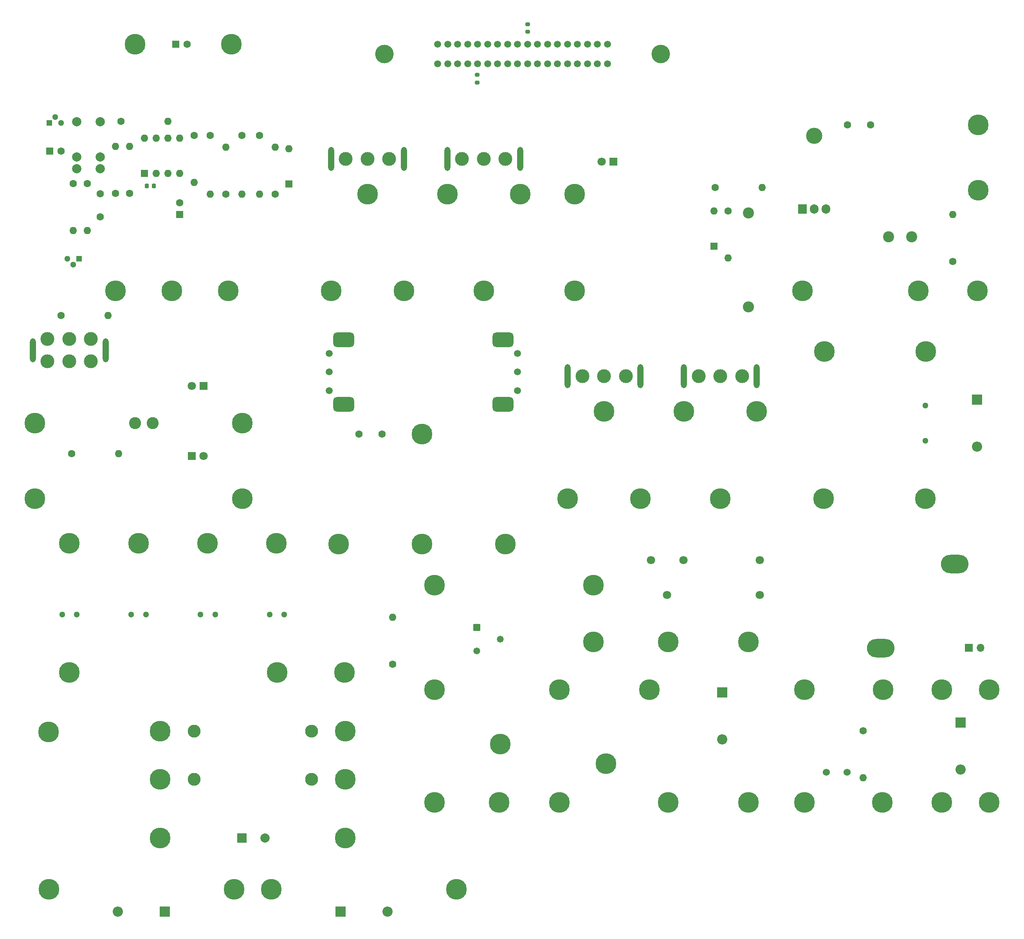
<source format=gbr>
%TF.GenerationSoftware,KiCad,Pcbnew,7.0.10*%
%TF.CreationDate,2024-02-06T13:15:05+02:00*%
%TF.ProjectId,EB-190,45422d31-3930-42e6-9b69-6361645f7063,rev?*%
%TF.SameCoordinates,Original*%
%TF.FileFunction,Soldermask,Bot*%
%TF.FilePolarity,Negative*%
%FSLAX46Y46*%
G04 Gerber Fmt 4.6, Leading zero omitted, Abs format (unit mm)*
G04 Created by KiCad (PCBNEW 7.0.10) date 2024-02-06 13:15:05*
%MOMM*%
%LPD*%
G01*
G04 APERTURE LIST*
G04 Aperture macros list*
%AMRoundRect*
0 Rectangle with rounded corners*
0 $1 Rounding radius*
0 $2 $3 $4 $5 $6 $7 $8 $9 X,Y pos of 4 corners*
0 Add a 4 corners polygon primitive as box body*
4,1,4,$2,$3,$4,$5,$6,$7,$8,$9,$2,$3,0*
0 Add four circle primitives for the rounded corners*
1,1,$1+$1,$2,$3*
1,1,$1+$1,$4,$5*
1,1,$1+$1,$6,$7*
1,1,$1+$1,$8,$9*
0 Add four rect primitives between the rounded corners*
20,1,$1+$1,$2,$3,$4,$5,0*
20,1,$1+$1,$4,$5,$6,$7,0*
20,1,$1+$1,$6,$7,$8,$9,0*
20,1,$1+$1,$8,$9,$2,$3,0*%
G04 Aperture macros list end*
%ADD10C,4.500000*%
%ADD11C,1.600000*%
%ADD12O,1.600000X1.600000*%
%ADD13C,3.000000*%
%ADD14O,1.300000X5.200000*%
%ADD15C,1.300000*%
%ADD16RoundRect,0.102000X-0.634000X0.634000X-0.634000X-0.634000X0.634000X-0.634000X0.634000X0.634000X0*%
%ADD17C,1.472000*%
%ADD18R,1.800000X1.800000*%
%ADD19C,1.800000*%
%ADD20C,2.600000*%
%ADD21R,2.000000X2.000000*%
%ADD22C,2.000000*%
%ADD23C,2.800000*%
%ADD24O,2.800000X2.800000*%
%ADD25R,1.700000X1.700000*%
%ADD26O,1.700000X1.700000*%
%ADD27O,6.000000X4.000000*%
%ADD28R,1.600000X1.600000*%
%ADD29R,2.200000X2.200000*%
%ADD30O,2.200000X2.200000*%
%ADD31C,2.400000*%
%ADD32C,1.803400*%
%ADD33C,1.500000*%
%ADD34RoundRect,0.800000X1.450000X-0.800000X1.450000X0.800000X-1.450000X0.800000X-1.450000X-0.800000X0*%
%ADD35C,1.524000*%
%ADD36R,1.300000X1.300000*%
%ADD37O,3.500000X3.500000*%
%ADD38R,1.905000X2.000000*%
%ADD39O,1.905000X2.000000*%
%ADD40O,2.400000X2.400000*%
%ADD41C,4.000000*%
%ADD42RoundRect,0.200000X0.275000X-0.200000X0.275000X0.200000X-0.275000X0.200000X-0.275000X-0.200000X0*%
%ADD43RoundRect,0.225000X0.225000X0.250000X-0.225000X0.250000X-0.225000X-0.250000X0.225000X-0.250000X0*%
G04 APERTURE END LIST*
D10*
%TO.C,TP23*%
X191770000Y-150114000D03*
%TD*%
%TO.C,TP75*%
X309245000Y-86487000D03*
%TD*%
%TO.C,TP45*%
X189103000Y-117475000D03*
%TD*%
D11*
%TO.C,R13*%
X153924000Y-52832000D03*
D12*
X153924000Y-65532000D03*
%TD*%
D10*
%TO.C,TP76*%
X311786000Y-172720000D03*
%TD*%
D13*
%TO.C,S1*%
X108075000Y-96899000D03*
X112775000Y-96899000D03*
X117475000Y-96899000D03*
X108075000Y-101729000D03*
X112775000Y-101729000D03*
X117475000Y-101729000D03*
D14*
X104900000Y-99314000D03*
X120650000Y-99314000D03*
%TD*%
D15*
%TO.C,I2*%
X126195667Y-156464000D03*
X129370667Y-156464000D03*
%TD*%
D11*
%TO.C,R5*%
X252476000Y-64135000D03*
D12*
X262636000Y-64135000D03*
%TD*%
D10*
%TO.C,TP54*%
X275971000Y-131445000D03*
%TD*%
D16*
%TO.C,P1*%
X200914000Y-159258000D03*
D17*
X205994000Y-161798000D03*
X200914000Y-164338000D03*
%TD*%
D10*
%TO.C,TP1*%
X127000000Y-33147000D03*
%TD*%
%TO.C,TP74*%
X108411500Y-215900000D03*
%TD*%
D18*
%TO.C,LED2*%
X139314000Y-122174000D03*
D19*
X141854000Y-122174000D03*
%TD*%
D10*
%TO.C,TP64*%
X288799000Y-172720000D03*
%TD*%
%TO.C,TP71*%
X172461000Y-192148000D03*
%TD*%
%TO.C,TP15*%
X157712834Y-169037000D03*
%TD*%
D11*
%TO.C,R22*%
X116713000Y-63246000D03*
D12*
X116713000Y-73406000D03*
%TD*%
D11*
%TO.C,S6*%
X281091000Y-50546000D03*
X286091000Y-50546000D03*
%TD*%
D20*
%TO.C,JP1*%
X127000000Y-115062000D03*
X130810000Y-115062000D03*
%TD*%
D10*
%TO.C,TP47*%
X207137000Y-141239000D03*
%TD*%
%TO.C,TP53*%
X276099000Y-99568000D03*
%TD*%
%TO.C,TP7*%
X112776000Y-141097000D03*
%TD*%
D15*
%TO.C,I1*%
X111230834Y-156464000D03*
X114405834Y-156464000D03*
%TD*%
D21*
%TO.C,C1*%
X150093323Y-204839000D03*
D22*
X155093323Y-204839000D03*
%TD*%
D18*
%TO.C,LED1*%
X141859000Y-107061000D03*
D19*
X139319000Y-107061000D03*
%TD*%
D13*
%TO.C,S4*%
X223774000Y-104902000D03*
X228474000Y-104902000D03*
X233174000Y-104902000D03*
D14*
X220599000Y-104902000D03*
X236349000Y-104902000D03*
%TD*%
D10*
%TO.C,TP63*%
X148411500Y-215900000D03*
%TD*%
D23*
%TO.C,R3*%
X139761000Y-192148000D03*
D24*
X165161000Y-192148000D03*
%TD*%
D10*
%TO.C,TP38*%
X218822000Y-197104000D03*
%TD*%
%TO.C,TP28*%
X205740000Y-197104000D03*
%TD*%
%TO.C,TP27*%
X245746000Y-112522000D03*
%TD*%
%TO.C,TP51*%
X271781000Y-197104000D03*
%TD*%
%TO.C,TP59*%
X132461000Y-181737000D03*
%TD*%
%TO.C,TP13*%
X150219834Y-131445000D03*
%TD*%
D11*
%TO.C,R9*%
X284480000Y-181610000D03*
D12*
X284480000Y-191770000D03*
%TD*%
D11*
%TO.C,R1*%
X113284000Y-121666000D03*
D12*
X123444000Y-121666000D03*
%TD*%
D10*
%TO.C,TP39*%
X171069000Y-141239000D03*
%TD*%
D25*
%TO.C,L4*%
X307341000Y-163703000D03*
D26*
X309881000Y-163703000D03*
D27*
X304261779Y-145517673D03*
X288261779Y-163717673D03*
%TD*%
D28*
%TO.C,D7*%
X252222000Y-76835000D03*
D12*
X252222000Y-69215000D03*
%TD*%
D29*
%TO.C,D4*%
X254001000Y-173355000D03*
D30*
X254001000Y-183515000D03*
%TD*%
D10*
%TO.C,TP57*%
X298070000Y-99568000D03*
%TD*%
%TO.C,TP61*%
X132461000Y-204839000D03*
%TD*%
%TO.C,TP46*%
X189103000Y-141239000D03*
%TD*%
D15*
%TO.C,I4*%
X156125334Y-156464000D03*
X159300334Y-156464000D03*
%TD*%
D28*
%TO.C,C2*%
X135803000Y-33147000D03*
D11*
X138303000Y-33147000D03*
%TD*%
D13*
%TO.C,S2*%
X181992000Y-57912000D03*
X177292000Y-57912000D03*
X172592000Y-57912000D03*
D14*
X185167000Y-57912000D03*
X169417000Y-57912000D03*
%TD*%
D10*
%TO.C,TP37*%
X226188000Y-162433000D03*
%TD*%
%TO.C,TP32*%
X210312000Y-65532000D03*
%TD*%
D18*
%TO.C,D8*%
X230510000Y-58547000D03*
D19*
X227970000Y-58547000D03*
%TD*%
D10*
%TO.C,TP49*%
X259716000Y-197104000D03*
%TD*%
%TO.C,TP19*%
X177292000Y-65532000D03*
%TD*%
%TO.C,TP67*%
X301499000Y-172720000D03*
%TD*%
D11*
%TO.C,R15*%
X143256000Y-52832000D03*
D12*
X143256000Y-65532000D03*
%TD*%
D10*
%TO.C,TP60*%
X132461000Y-192148000D03*
%TD*%
D11*
%TO.C,R18*%
X122809000Y-65405000D03*
D12*
X122809000Y-55245000D03*
%TD*%
D10*
%TO.C,TP40*%
X228854000Y-188722000D03*
%TD*%
%TO.C,TP52*%
X309372000Y-50571400D03*
%TD*%
D31*
%TO.C,R7*%
X289981000Y-74784000D03*
X294981000Y-74784000D03*
%TD*%
D10*
%TO.C,TP8*%
X150219834Y-115062000D03*
%TD*%
D28*
%TO.C,D6*%
X160274000Y-63373000D03*
D12*
X160274000Y-55753000D03*
%TD*%
D10*
%TO.C,TP12*%
X142642166Y-141097000D03*
%TD*%
D15*
%TO.C,I3*%
X141160500Y-156464000D03*
X144335500Y-156464000D03*
%TD*%
D10*
%TO.C,TP77*%
X311786000Y-197104000D03*
%TD*%
D11*
%TO.C,R23*%
X139827000Y-52832000D03*
D12*
X139827000Y-62992000D03*
%TD*%
D10*
%TO.C,TP6*%
X105325334Y-131445000D03*
%TD*%
%TO.C,TP16*%
X172339000Y-169037000D03*
%TD*%
%TO.C,TP72*%
X172461000Y-204839000D03*
%TD*%
%TO.C,TP29*%
X202438000Y-86487000D03*
%TD*%
D32*
%TO.C,RLY3*%
X262109996Y-144713000D03*
X245609996Y-144713000D03*
X238609995Y-144713000D03*
X242109996Y-152213000D03*
X262109996Y-152213000D03*
%TD*%
D11*
%TO.C,R4*%
X182753000Y-167259000D03*
D12*
X182753000Y-157099000D03*
%TD*%
D10*
%TO.C,TP5*%
X122809000Y-86487000D03*
%TD*%
D33*
%TO.C,L5*%
X169007000Y-100013000D03*
X169007000Y-108013000D03*
X209707000Y-100013000D03*
X209707000Y-108013000D03*
X169007000Y-104013000D03*
X209707000Y-104013000D03*
D34*
X172107000Y-97013000D03*
X172107000Y-111013000D03*
X206607000Y-97013000D03*
X206607000Y-111013000D03*
%TD*%
D10*
%TO.C,TP65*%
X288672000Y-197104000D03*
%TD*%
%TO.C,TP50*%
X108331000Y-181864000D03*
%TD*%
%TO.C,TP17*%
X185166000Y-86487000D03*
%TD*%
D11*
%TO.C,R19*%
X125857000Y-65405000D03*
D12*
X125857000Y-55245000D03*
%TD*%
D10*
%TO.C,TP25*%
X191770000Y-197104000D03*
%TD*%
D29*
%TO.C,D2*%
X171430500Y-220726000D03*
D30*
X181590500Y-220726000D03*
%TD*%
D28*
%TO.C,C4*%
X108522888Y-56261000D03*
D11*
X111022888Y-56261000D03*
%TD*%
%TO.C,R12*%
X150114000Y-52832000D03*
D12*
X150114000Y-65532000D03*
%TD*%
D10*
%TO.C,TP20*%
X228474000Y-112522000D03*
%TD*%
D11*
%TO.C,R24*%
X255270000Y-69215000D03*
D12*
X255270000Y-79375000D03*
%TD*%
D13*
%TO.C,S3*%
X207138000Y-57912000D03*
X202438000Y-57912000D03*
X197738000Y-57912000D03*
D14*
X210313000Y-57912000D03*
X194563000Y-57912000D03*
%TD*%
D10*
%TO.C,TP22*%
X220600000Y-131445000D03*
%TD*%
%TO.C,TP9*%
X147193000Y-86487000D03*
%TD*%
%TO.C,TP3*%
X105325334Y-115062000D03*
%TD*%
D23*
%TO.C,R2*%
X139761000Y-181737000D03*
D24*
X165161000Y-181737000D03*
%TD*%
D15*
%TO.C,BZ1*%
X297942000Y-111262000D03*
X297942000Y-118862000D03*
%TD*%
D10*
%TO.C,TP44*%
X242317000Y-197104000D03*
%TD*%
%TO.C,TP2*%
X147828000Y-33147000D03*
%TD*%
%TO.C,TP42*%
X226188000Y-150114000D03*
%TD*%
D29*
%TO.C,D5*%
X305562000Y-179832000D03*
D30*
X305562000Y-189992000D03*
%TD*%
D10*
%TO.C,TP36*%
X222123000Y-65532000D03*
%TD*%
%TO.C,TP4*%
X135001000Y-86487000D03*
%TD*%
%TO.C,TP33*%
X261494000Y-112522000D03*
%TD*%
%TO.C,TP30*%
X253620000Y-131445000D03*
%TD*%
%TO.C,TP18*%
X236348000Y-131445000D03*
%TD*%
%TO.C,TP43*%
X242317000Y-162433000D03*
%TD*%
D11*
%TO.C,R20*%
X123952000Y-49784000D03*
D12*
X134112000Y-49784000D03*
%TD*%
D22*
%TO.C,RL1*%
X114427000Y-49854786D03*
X114427000Y-57474786D03*
X114427000Y-60014786D03*
X119507000Y-60014786D03*
X119507000Y-57474786D03*
X119507000Y-49854786D03*
%TD*%
D10*
%TO.C,TP26*%
X194564000Y-65532000D03*
%TD*%
D29*
%TO.C,D1*%
X133477000Y-220726000D03*
D30*
X123317000Y-220726000D03*
%TD*%
D10*
%TO.C,TP34*%
X222123000Y-86487000D03*
%TD*%
D11*
%TO.C,R8*%
X303911000Y-80137000D03*
D12*
X303911000Y-69977000D03*
%TD*%
D10*
%TO.C,TP11*%
X127762000Y-141097000D03*
%TD*%
D11*
%TO.C,R14*%
X157353000Y-65532000D03*
D12*
X157353000Y-55372000D03*
%TD*%
D10*
%TO.C,TP58*%
X297942000Y-131445000D03*
%TD*%
D35*
%TO.C,I5*%
X276516000Y-190561000D03*
X281016000Y-190561000D03*
%TD*%
D11*
%TO.C,R16*%
X146685000Y-65532000D03*
D12*
X146685000Y-55372000D03*
%TD*%
D10*
%TO.C,TP14*%
X157607000Y-141097000D03*
%TD*%
%TO.C,TP69*%
X296418000Y-86487000D03*
%TD*%
D29*
%TO.C,D3*%
X309118000Y-109982000D03*
D30*
X309118000Y-120142000D03*
%TD*%
D10*
%TO.C,TP66*%
X309372000Y-64668400D03*
%TD*%
D11*
%TO.C,R17*%
X110998000Y-91821000D03*
D12*
X121158000Y-91821000D03*
%TD*%
D10*
%TO.C,TP55*%
X271781000Y-172720000D03*
%TD*%
%TO.C,TP35*%
X238252000Y-172720000D03*
%TD*%
D36*
%TO.C,Q3*%
X108458000Y-50165000D03*
D15*
X109728000Y-48895000D03*
X110998000Y-50165000D03*
%TD*%
D10*
%TO.C,TP41*%
X218822000Y-172720000D03*
%TD*%
D11*
%TO.C,F1*%
X119507000Y-65445000D03*
X119507000Y-70445000D03*
%TD*%
D37*
%TO.C,Q1*%
X273939000Y-52940000D03*
D38*
X271399000Y-68740000D03*
D39*
X273939000Y-68740000D03*
X276479000Y-68740000D03*
%TD*%
D28*
%TO.C,C5*%
X136652000Y-69912113D03*
D11*
X136652000Y-67412113D03*
%TD*%
D10*
%TO.C,TP68*%
X301499000Y-197104000D03*
%TD*%
%TO.C,TP31*%
X205994000Y-184531000D03*
%TD*%
D11*
%TO.C,F2*%
X175467000Y-117475000D03*
X180467000Y-117475000D03*
%TD*%
D10*
%TO.C,TP70*%
X172461000Y-181737000D03*
%TD*%
D31*
%TO.C,R6*%
X259715000Y-69596000D03*
D40*
X259715000Y-89916000D03*
%TD*%
D13*
%TO.C,S5*%
X248920000Y-104902000D03*
X253620000Y-104902000D03*
X258320000Y-104902000D03*
D14*
X245745000Y-104902000D03*
X261495000Y-104902000D03*
%TD*%
D10*
%TO.C,TP24*%
X191770000Y-172720000D03*
%TD*%
D36*
%TO.C,Q2*%
X114935000Y-79502000D03*
D15*
X113665000Y-80772000D03*
X112395000Y-79502000D03*
%TD*%
D10*
%TO.C,TP62*%
X196510500Y-215900000D03*
%TD*%
%TO.C,TP21*%
X169418000Y-86487000D03*
%TD*%
%TO.C,TP73*%
X156510500Y-215900000D03*
%TD*%
%TO.C,TP48*%
X259716000Y-162433000D03*
%TD*%
%TO.C,TP10*%
X112818334Y-169037000D03*
%TD*%
D11*
%TO.C,R21*%
X113665000Y-63246000D03*
D12*
X113665000Y-73406000D03*
%TD*%
D33*
%TO.C,J1*%
X192457055Y-37373625D03*
X194617055Y-37373625D03*
X196777055Y-37373625D03*
X198937055Y-37373625D03*
X201097055Y-37373625D03*
X203257055Y-37373625D03*
X205417055Y-37373625D03*
X207577055Y-37373625D03*
X209737055Y-37373625D03*
X211897055Y-37373625D03*
X214057055Y-37373625D03*
X216217055Y-37373625D03*
X218377055Y-37373625D03*
X220537055Y-37373625D03*
X222697055Y-37373625D03*
X224857055Y-37373625D03*
X227017055Y-37373625D03*
X229177055Y-37373625D03*
X192457055Y-33083625D03*
X194617055Y-33083625D03*
X196777055Y-33083625D03*
X198937055Y-33083625D03*
X201097055Y-33083625D03*
X203257055Y-33083625D03*
X205417055Y-33083625D03*
X207577055Y-33083625D03*
X209737055Y-33083625D03*
X211897055Y-33083625D03*
X214057055Y-33083625D03*
X216217055Y-33083625D03*
X218377055Y-33083625D03*
X220537055Y-33083625D03*
X222697055Y-33083625D03*
X224857055Y-33083625D03*
X227017055Y-33083625D03*
X229177055Y-33083625D03*
D41*
X180947055Y-35228625D03*
X240687055Y-35228625D03*
%TD*%
D10*
%TO.C,TP56*%
X271399000Y-86487000D03*
%TD*%
D28*
%TO.C,U1*%
X129042000Y-61077000D03*
D12*
X131582000Y-61077000D03*
X134122000Y-61077000D03*
X136662000Y-61077000D03*
X136662000Y-53457000D03*
X134122000Y-53457000D03*
X131582000Y-53457000D03*
X129042000Y-53457000D03*
%TD*%
D42*
%TO.C,R10*%
X211894901Y-30408250D03*
X211894901Y-28758250D03*
%TD*%
D43*
%TO.C,C3*%
X131077000Y-63754000D03*
X129527000Y-63754000D03*
%TD*%
D42*
%TO.C,R11*%
X201041000Y-41401000D03*
X201041000Y-39751000D03*
%TD*%
M02*

</source>
